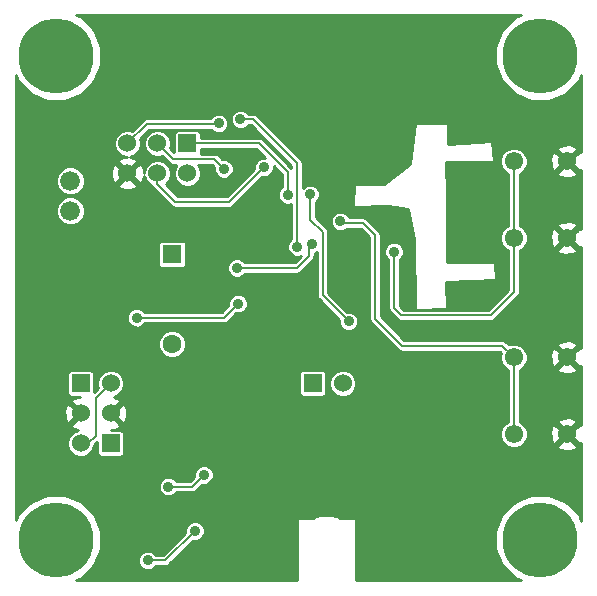
<source format=gbl>
G04 (created by PCBNEW (2013-07-07 BZR 4022)-stable) date 11/23/2014 11:30:57 PM*
%MOIN*%
G04 Gerber Fmt 3.4, Leading zero omitted, Abs format*
%FSLAX34Y34*%
G01*
G70*
G90*
G04 APERTURE LIST*
%ADD10C,0.00590551*%
%ADD11C,0.25*%
%ADD12C,0.061*%
%ADD13R,0.06X0.06*%
%ADD14C,0.06*%
%ADD15C,0.066*%
%ADD16R,0.0629921X0.0629921*%
%ADD17C,0.0629921*%
%ADD18C,0.035*%
%ADD19C,0.008*%
%ADD20C,0.01*%
G04 APERTURE END LIST*
G54D10*
G54D11*
X23228Y-17322D03*
X39370Y-17322D03*
X39370Y-33464D03*
X23228Y-33464D03*
G54D12*
X40256Y-23405D03*
X38484Y-23405D03*
X40256Y-20845D03*
X38484Y-20845D03*
X40256Y-29941D03*
X38484Y-29941D03*
X40256Y-27381D03*
X38484Y-27381D03*
G54D13*
X27600Y-20250D03*
G54D14*
X27600Y-21250D03*
X26600Y-20250D03*
X26600Y-21250D03*
X25600Y-20250D03*
X25600Y-21250D03*
G54D13*
X25050Y-30250D03*
G54D14*
X25050Y-29250D03*
X25050Y-28250D03*
G54D15*
X23700Y-21500D03*
X23700Y-22500D03*
G54D16*
X27100Y-23953D03*
G54D17*
X27100Y-26946D03*
G54D13*
X31783Y-28248D03*
G54D14*
X32783Y-28248D03*
G54D13*
X24050Y-28250D03*
G54D14*
X24050Y-29250D03*
X24050Y-30250D03*
G54D18*
X32972Y-26181D03*
X31692Y-21948D03*
X30150Y-21050D03*
X32700Y-22850D03*
X30944Y-21968D03*
X28818Y-21102D03*
X29291Y-25590D03*
X25905Y-26062D03*
X29250Y-24400D03*
X31750Y-23600D03*
X34488Y-23858D03*
X28641Y-19586D03*
X29370Y-19448D03*
X31259Y-23700D03*
X27854Y-33169D03*
X26279Y-34153D03*
X37350Y-19000D03*
X27350Y-19000D03*
X29600Y-26100D03*
X23550Y-24150D03*
X34900Y-19050D03*
X32100Y-19050D03*
X29850Y-18300D03*
X40200Y-24850D03*
X27000Y-30200D03*
X36050Y-26350D03*
X35750Y-29250D03*
X29724Y-32185D03*
X34448Y-34153D03*
X34488Y-22834D03*
X28503Y-22992D03*
X30708Y-23228D03*
X32913Y-23622D03*
X37401Y-23326D03*
X35433Y-30511D03*
X33169Y-29724D03*
X28838Y-28740D03*
X25688Y-22539D03*
X37401Y-21653D03*
X28149Y-31299D03*
X26968Y-31692D03*
G54D19*
X31692Y-21948D02*
X31692Y-22792D01*
X31692Y-22792D02*
X32110Y-23210D01*
X32110Y-25318D02*
X32972Y-26181D01*
X32110Y-23210D02*
X32110Y-25318D01*
X26600Y-21250D02*
X26600Y-21600D01*
X29000Y-22200D02*
X30150Y-21050D01*
X27200Y-22200D02*
X29000Y-22200D01*
X26600Y-21600D02*
X27200Y-22200D01*
X38102Y-27000D02*
X38484Y-27381D01*
X34750Y-27000D02*
X38102Y-27000D01*
X33850Y-26100D02*
X34750Y-27000D01*
X33850Y-23300D02*
X33850Y-26100D01*
X33450Y-22900D02*
X33850Y-23300D01*
X32750Y-22900D02*
X33450Y-22900D01*
X32700Y-22850D02*
X32750Y-22900D01*
X27600Y-20250D02*
X29974Y-20250D01*
X30944Y-21220D02*
X30944Y-21968D01*
X29974Y-20250D02*
X30944Y-21220D01*
X38484Y-27381D02*
X38484Y-29941D01*
X27137Y-20787D02*
X26600Y-20250D01*
X28503Y-20787D02*
X27137Y-20787D01*
X28818Y-21102D02*
X28503Y-20787D01*
X28818Y-26062D02*
X29291Y-25590D01*
X25905Y-26062D02*
X28818Y-26062D01*
X31250Y-24400D02*
X29250Y-24400D01*
X31650Y-24000D02*
X31250Y-24400D01*
X31650Y-23700D02*
X31650Y-24000D01*
X31750Y-23600D02*
X31650Y-23700D01*
X36377Y-25984D02*
X34734Y-25984D01*
X34734Y-25984D02*
X34488Y-25738D01*
X38484Y-20845D02*
X38484Y-23405D01*
X34488Y-23858D02*
X34488Y-25738D01*
X36377Y-25984D02*
X37716Y-25984D01*
X37716Y-25984D02*
X38484Y-25216D01*
X38484Y-25216D02*
X38484Y-23405D01*
X31259Y-21500D02*
X31259Y-20909D01*
X31259Y-20909D02*
X29798Y-19448D01*
X31259Y-21901D02*
X31259Y-23700D01*
X31259Y-21653D02*
X31259Y-21500D01*
X29798Y-19448D02*
X29370Y-19448D01*
X26243Y-19606D02*
X25600Y-20250D01*
X28622Y-19606D02*
X26243Y-19606D01*
X28641Y-19586D02*
X28622Y-19606D01*
X31259Y-21901D02*
X31259Y-21653D01*
X26279Y-34153D02*
X26870Y-34153D01*
X26870Y-34153D02*
X27854Y-33169D01*
X28149Y-31299D02*
X27755Y-31692D01*
X27755Y-31692D02*
X26968Y-31692D01*
X24050Y-30250D02*
X24300Y-30250D01*
X24550Y-28750D02*
X25050Y-28250D01*
X24550Y-30000D02*
X24550Y-28750D01*
X24300Y-30250D02*
X24550Y-30000D01*
G54D10*
G36*
X40728Y-32824D02*
X40642Y-32615D01*
X40574Y-32548D01*
X40574Y-30330D01*
X40256Y-30012D01*
X40185Y-30082D01*
X40185Y-29941D01*
X39866Y-29622D01*
X39770Y-29650D01*
X39696Y-29858D01*
X39707Y-30078D01*
X39770Y-30232D01*
X39866Y-30260D01*
X40185Y-29941D01*
X40185Y-30082D01*
X39937Y-30330D01*
X39965Y-30426D01*
X40173Y-30501D01*
X40393Y-30490D01*
X40546Y-30426D01*
X40574Y-30330D01*
X40574Y-32548D01*
X40220Y-32193D01*
X39669Y-31964D01*
X39073Y-31964D01*
X38939Y-32019D01*
X38939Y-29851D01*
X38870Y-29684D01*
X38742Y-29555D01*
X38674Y-29527D01*
X38674Y-27795D01*
X38741Y-27767D01*
X38869Y-27639D01*
X38938Y-27472D01*
X38939Y-27291D01*
X38939Y-23315D01*
X38870Y-23148D01*
X38742Y-23020D01*
X38674Y-22992D01*
X38674Y-21259D01*
X38741Y-21231D01*
X38869Y-21104D01*
X38938Y-20936D01*
X38939Y-20755D01*
X38870Y-20588D01*
X38742Y-20460D01*
X38574Y-20391D01*
X38393Y-20390D01*
X38226Y-20460D01*
X38098Y-20587D01*
X38029Y-20755D01*
X38029Y-20936D01*
X38098Y-21103D01*
X38226Y-21231D01*
X38294Y-21259D01*
X38294Y-22992D01*
X38226Y-23020D01*
X38098Y-23147D01*
X38029Y-23315D01*
X38029Y-23496D01*
X38098Y-23663D01*
X38226Y-23791D01*
X38294Y-23819D01*
X38294Y-25138D01*
X37899Y-25532D01*
X37899Y-24811D01*
X37861Y-24205D01*
X36258Y-24205D01*
X36246Y-21987D01*
X36231Y-20884D01*
X37828Y-20884D01*
X37740Y-20166D01*
X36303Y-20284D01*
X36272Y-19585D01*
X35191Y-19555D01*
X35031Y-20934D01*
X34164Y-21611D01*
X33139Y-21599D01*
X33131Y-22318D01*
X33131Y-22386D01*
X34288Y-22353D01*
X34954Y-22438D01*
X35154Y-23434D01*
X35202Y-25790D01*
X36260Y-25773D01*
X36232Y-24886D01*
X37899Y-24811D01*
X37899Y-25532D01*
X37637Y-25794D01*
X36377Y-25794D01*
X34812Y-25794D01*
X34678Y-25659D01*
X34678Y-24127D01*
X34763Y-24042D01*
X34813Y-23923D01*
X34813Y-23793D01*
X34763Y-23674D01*
X34672Y-23582D01*
X34553Y-23533D01*
X34423Y-23533D01*
X34304Y-23582D01*
X34212Y-23673D01*
X34163Y-23793D01*
X34163Y-23922D01*
X34212Y-24042D01*
X34298Y-24127D01*
X34298Y-25738D01*
X34312Y-25810D01*
X34353Y-25872D01*
X34599Y-26118D01*
X34599Y-26118D01*
X34661Y-26159D01*
X34734Y-26174D01*
X36377Y-26174D01*
X37716Y-26174D01*
X37789Y-26159D01*
X37850Y-26118D01*
X38618Y-25351D01*
X38659Y-25289D01*
X38674Y-25216D01*
X38674Y-23819D01*
X38741Y-23791D01*
X38869Y-23664D01*
X38938Y-23496D01*
X38939Y-23315D01*
X38939Y-27291D01*
X38870Y-27124D01*
X38742Y-26995D01*
X38574Y-26926D01*
X38393Y-26926D01*
X38325Y-26954D01*
X38237Y-26865D01*
X38175Y-26824D01*
X38102Y-26810D01*
X34828Y-26810D01*
X34040Y-26021D01*
X34040Y-23300D01*
X34039Y-23299D01*
X34040Y-23299D01*
X34037Y-23285D01*
X34025Y-23227D01*
X34025Y-23227D01*
X33984Y-23165D01*
X33984Y-23165D01*
X33584Y-22765D01*
X33522Y-22724D01*
X33450Y-22710D01*
X32993Y-22710D01*
X32975Y-22666D01*
X32884Y-22574D01*
X32764Y-22525D01*
X32635Y-22524D01*
X32516Y-22574D01*
X32424Y-22665D01*
X32375Y-22785D01*
X32374Y-22914D01*
X32424Y-23033D01*
X32515Y-23125D01*
X32635Y-23174D01*
X32764Y-23175D01*
X32883Y-23125D01*
X32919Y-23090D01*
X33371Y-23090D01*
X33660Y-23378D01*
X33660Y-26100D01*
X33674Y-26172D01*
X33715Y-26234D01*
X34615Y-27134D01*
X34677Y-27175D01*
X34750Y-27190D01*
X38023Y-27190D01*
X38057Y-27223D01*
X38029Y-27290D01*
X38029Y-27471D01*
X38098Y-27638D01*
X38226Y-27766D01*
X38294Y-27795D01*
X38294Y-29527D01*
X38226Y-29555D01*
X38098Y-29683D01*
X38029Y-29850D01*
X38029Y-30031D01*
X38098Y-30198D01*
X38226Y-30326D01*
X38393Y-30396D01*
X38574Y-30396D01*
X38741Y-30327D01*
X38869Y-30199D01*
X38938Y-30032D01*
X38939Y-29851D01*
X38939Y-32019D01*
X38521Y-32192D01*
X38099Y-32613D01*
X37870Y-33164D01*
X37869Y-33761D01*
X38097Y-34313D01*
X38519Y-34735D01*
X38709Y-34814D01*
X33297Y-34814D01*
X33297Y-26116D01*
X33248Y-25997D01*
X33156Y-25905D01*
X33037Y-25856D01*
X32916Y-25856D01*
X32300Y-25240D01*
X32300Y-23210D01*
X32285Y-23137D01*
X32244Y-23075D01*
X32244Y-23075D01*
X31882Y-22714D01*
X31882Y-22218D01*
X31968Y-22133D01*
X32017Y-22013D01*
X32017Y-21884D01*
X31968Y-21764D01*
X31877Y-21673D01*
X31757Y-21623D01*
X31628Y-21623D01*
X31509Y-21673D01*
X31449Y-21732D01*
X31449Y-21653D01*
X31449Y-21500D01*
X31449Y-20909D01*
X31435Y-20837D01*
X31394Y-20775D01*
X31394Y-20775D01*
X29933Y-19314D01*
X29871Y-19273D01*
X29798Y-19258D01*
X29639Y-19258D01*
X29554Y-19173D01*
X29435Y-19123D01*
X29305Y-19123D01*
X29186Y-19173D01*
X29094Y-19264D01*
X29045Y-19383D01*
X29045Y-19513D01*
X29094Y-19632D01*
X29185Y-19724D01*
X29305Y-19773D01*
X29434Y-19773D01*
X29553Y-19724D01*
X29639Y-19638D01*
X29720Y-19638D01*
X31069Y-20988D01*
X31069Y-21076D01*
X30108Y-20115D01*
X30047Y-20074D01*
X29974Y-20060D01*
X28966Y-20060D01*
X28966Y-19522D01*
X28917Y-19402D01*
X28826Y-19311D01*
X28706Y-19261D01*
X28577Y-19261D01*
X28457Y-19310D01*
X28366Y-19402D01*
X28360Y-19416D01*
X26243Y-19416D01*
X26170Y-19430D01*
X26109Y-19471D01*
X25754Y-19826D01*
X25689Y-19800D01*
X25510Y-19799D01*
X25345Y-19868D01*
X25218Y-19994D01*
X25150Y-20160D01*
X25149Y-20339D01*
X25218Y-20504D01*
X25344Y-20631D01*
X25510Y-20699D01*
X25586Y-20699D01*
X25463Y-20706D01*
X25312Y-20768D01*
X25284Y-20864D01*
X25600Y-21179D01*
X25915Y-20864D01*
X25887Y-20768D01*
X25692Y-20698D01*
X25854Y-20631D01*
X25981Y-20505D01*
X26049Y-20339D01*
X26050Y-20160D01*
X26023Y-20095D01*
X26322Y-19796D01*
X28391Y-19796D01*
X28457Y-19861D01*
X28576Y-19911D01*
X28706Y-19911D01*
X28825Y-19862D01*
X28917Y-19770D01*
X28966Y-19651D01*
X28966Y-19522D01*
X28966Y-20060D01*
X28050Y-20060D01*
X28050Y-19920D01*
X28027Y-19865D01*
X27985Y-19822D01*
X27929Y-19800D01*
X27870Y-19799D01*
X27270Y-19799D01*
X27215Y-19822D01*
X27172Y-19864D01*
X27150Y-19920D01*
X27149Y-19979D01*
X27149Y-20531D01*
X27023Y-20404D01*
X27049Y-20339D01*
X27050Y-20160D01*
X26981Y-19995D01*
X26855Y-19868D01*
X26689Y-19800D01*
X26510Y-19799D01*
X26345Y-19868D01*
X26218Y-19994D01*
X26150Y-20160D01*
X26149Y-20339D01*
X26218Y-20504D01*
X26344Y-20631D01*
X26510Y-20699D01*
X26689Y-20700D01*
X26754Y-20673D01*
X27003Y-20921D01*
X27003Y-20921D01*
X27064Y-20962D01*
X27137Y-20977D01*
X27236Y-20977D01*
X27218Y-20994D01*
X27150Y-21160D01*
X27149Y-21339D01*
X27218Y-21504D01*
X27344Y-21631D01*
X27510Y-21699D01*
X27689Y-21700D01*
X27854Y-21631D01*
X27981Y-21505D01*
X28049Y-21339D01*
X28050Y-21160D01*
X27981Y-20995D01*
X27963Y-20977D01*
X28425Y-20977D01*
X28493Y-21046D01*
X28493Y-21166D01*
X28543Y-21286D01*
X28634Y-21377D01*
X28753Y-21427D01*
X28883Y-21427D01*
X29002Y-21378D01*
X29094Y-21286D01*
X29143Y-21167D01*
X29143Y-21037D01*
X29094Y-20918D01*
X29003Y-20827D01*
X28883Y-20777D01*
X28762Y-20777D01*
X28638Y-20653D01*
X28576Y-20611D01*
X28503Y-20597D01*
X28042Y-20597D01*
X28049Y-20579D01*
X28050Y-20520D01*
X28050Y-20440D01*
X29895Y-20440D01*
X30180Y-20725D01*
X30085Y-20724D01*
X29966Y-20774D01*
X29874Y-20865D01*
X29825Y-20985D01*
X29824Y-21106D01*
X28921Y-22010D01*
X27278Y-22010D01*
X26877Y-21608D01*
X26981Y-21505D01*
X27049Y-21339D01*
X27050Y-21160D01*
X26981Y-20995D01*
X26855Y-20868D01*
X26689Y-20800D01*
X26510Y-20799D01*
X26345Y-20868D01*
X26218Y-20994D01*
X26150Y-21160D01*
X26150Y-21236D01*
X26143Y-21113D01*
X26081Y-20962D01*
X25985Y-20934D01*
X25670Y-21250D01*
X25985Y-21565D01*
X26081Y-21537D01*
X26151Y-21342D01*
X26218Y-21504D01*
X26344Y-21631D01*
X26422Y-21663D01*
X26424Y-21672D01*
X26465Y-21734D01*
X27065Y-22334D01*
X27065Y-22334D01*
X27127Y-22375D01*
X27200Y-22390D01*
X29000Y-22390D01*
X29072Y-22375D01*
X29134Y-22334D01*
X30093Y-21374D01*
X30214Y-21375D01*
X30333Y-21325D01*
X30425Y-21234D01*
X30474Y-21114D01*
X30475Y-21019D01*
X30754Y-21299D01*
X30754Y-21698D01*
X30669Y-21784D01*
X30619Y-21903D01*
X30619Y-22032D01*
X30669Y-22152D01*
X30760Y-22243D01*
X30879Y-22293D01*
X31009Y-22293D01*
X31069Y-22268D01*
X31069Y-23431D01*
X30984Y-23516D01*
X30934Y-23635D01*
X30934Y-23765D01*
X30984Y-23884D01*
X31075Y-23976D01*
X31194Y-24025D01*
X31324Y-24025D01*
X31377Y-24003D01*
X31171Y-24210D01*
X29519Y-24210D01*
X29434Y-24124D01*
X29314Y-24075D01*
X29185Y-24074D01*
X29066Y-24124D01*
X28974Y-24215D01*
X28925Y-24335D01*
X28924Y-24464D01*
X28974Y-24583D01*
X29065Y-24675D01*
X29185Y-24724D01*
X29314Y-24725D01*
X29433Y-24675D01*
X29519Y-24590D01*
X31250Y-24590D01*
X31322Y-24575D01*
X31384Y-24534D01*
X31784Y-24134D01*
X31784Y-24134D01*
X31784Y-24134D01*
X31825Y-24072D01*
X31825Y-24072D01*
X31837Y-24014D01*
X31840Y-24000D01*
X31839Y-24000D01*
X31840Y-24000D01*
X31840Y-23914D01*
X31920Y-23881D01*
X31920Y-25318D01*
X31934Y-25391D01*
X31975Y-25453D01*
X32647Y-26124D01*
X32647Y-26245D01*
X32696Y-26364D01*
X32788Y-26456D01*
X32907Y-26506D01*
X33036Y-26506D01*
X33156Y-26456D01*
X33247Y-26365D01*
X33297Y-26246D01*
X33297Y-26116D01*
X33297Y-34814D01*
X33233Y-34814D01*
X33233Y-28158D01*
X33165Y-27993D01*
X33038Y-27866D01*
X32873Y-27798D01*
X32694Y-27797D01*
X32528Y-27866D01*
X32402Y-27992D01*
X32333Y-28158D01*
X32333Y-28337D01*
X32401Y-28502D01*
X32528Y-28629D01*
X32693Y-28697D01*
X32872Y-28698D01*
X33038Y-28629D01*
X33164Y-28503D01*
X33233Y-28337D01*
X33233Y-28158D01*
X33233Y-34814D01*
X33219Y-34814D01*
X33219Y-32725D01*
X32692Y-32725D01*
X32576Y-32670D01*
X32571Y-32669D01*
X32566Y-32666D01*
X32528Y-32658D01*
X32491Y-32649D01*
X32485Y-32650D01*
X32480Y-32649D01*
X32233Y-32649D01*
X32233Y-28518D01*
X32233Y-27918D01*
X32210Y-27863D01*
X32168Y-27820D01*
X32113Y-27798D01*
X32053Y-27798D01*
X31453Y-27798D01*
X31398Y-27820D01*
X31356Y-27862D01*
X31333Y-27918D01*
X31333Y-27977D01*
X31333Y-28577D01*
X31356Y-28632D01*
X31398Y-28675D01*
X31453Y-28698D01*
X31513Y-28698D01*
X32113Y-28698D01*
X32168Y-28675D01*
X32210Y-28633D01*
X32233Y-28577D01*
X32233Y-28518D01*
X32233Y-32649D01*
X32086Y-32649D01*
X32064Y-32653D01*
X32042Y-32653D01*
X31892Y-32683D01*
X31811Y-32716D01*
X31810Y-32717D01*
X31798Y-32725D01*
X31249Y-32725D01*
X31249Y-34814D01*
X29616Y-34814D01*
X29616Y-25526D01*
X29567Y-25406D01*
X29475Y-25315D01*
X29356Y-25265D01*
X29226Y-25265D01*
X29107Y-25314D01*
X29015Y-25406D01*
X28966Y-25525D01*
X28966Y-25646D01*
X28740Y-25872D01*
X27564Y-25872D01*
X27564Y-24239D01*
X27564Y-23609D01*
X27542Y-23554D01*
X27500Y-23511D01*
X27444Y-23489D01*
X27385Y-23488D01*
X26755Y-23488D01*
X26700Y-23511D01*
X26657Y-23553D01*
X26635Y-23609D01*
X26635Y-23668D01*
X26635Y-24298D01*
X26657Y-24353D01*
X26699Y-24395D01*
X26755Y-24418D01*
X26814Y-24418D01*
X27444Y-24418D01*
X27499Y-24396D01*
X27542Y-24353D01*
X27564Y-24298D01*
X27564Y-24239D01*
X27564Y-25872D01*
X26175Y-25872D01*
X26089Y-25787D01*
X25970Y-25738D01*
X25915Y-25738D01*
X25915Y-21635D01*
X25600Y-21320D01*
X25529Y-21391D01*
X25529Y-21250D01*
X25214Y-20934D01*
X25118Y-20962D01*
X25045Y-21168D01*
X25056Y-21386D01*
X25118Y-21537D01*
X25214Y-21565D01*
X25529Y-21250D01*
X25529Y-21391D01*
X25284Y-21635D01*
X25312Y-21731D01*
X25518Y-21804D01*
X25736Y-21793D01*
X25887Y-21731D01*
X25915Y-21635D01*
X25915Y-25738D01*
X25841Y-25737D01*
X25721Y-25787D01*
X25630Y-25878D01*
X25580Y-25998D01*
X25580Y-26127D01*
X25629Y-26246D01*
X25721Y-26338D01*
X25840Y-26387D01*
X25969Y-26388D01*
X26089Y-26338D01*
X26175Y-26252D01*
X28818Y-26252D01*
X28891Y-26238D01*
X28953Y-26197D01*
X29235Y-25915D01*
X29355Y-25915D01*
X29475Y-25866D01*
X29566Y-25774D01*
X29616Y-25655D01*
X29616Y-25526D01*
X29616Y-34814D01*
X28474Y-34814D01*
X28474Y-31234D01*
X28425Y-31115D01*
X28333Y-31023D01*
X28214Y-30974D01*
X28085Y-30974D01*
X27965Y-31023D01*
X27874Y-31114D01*
X27824Y-31234D01*
X27824Y-31355D01*
X27677Y-31502D01*
X27565Y-31502D01*
X27565Y-26853D01*
X27494Y-26683D01*
X27363Y-26552D01*
X27192Y-26481D01*
X27007Y-26481D01*
X26836Y-26551D01*
X26706Y-26682D01*
X26635Y-26853D01*
X26634Y-27038D01*
X26705Y-27209D01*
X26836Y-27340D01*
X27007Y-27410D01*
X27192Y-27411D01*
X27363Y-27340D01*
X27493Y-27209D01*
X27564Y-27038D01*
X27565Y-26853D01*
X27565Y-31502D01*
X27238Y-31502D01*
X27152Y-31417D01*
X27033Y-31367D01*
X26904Y-31367D01*
X26784Y-31417D01*
X26693Y-31508D01*
X26643Y-31627D01*
X26643Y-31757D01*
X26692Y-31876D01*
X26784Y-31968D01*
X26903Y-32017D01*
X27032Y-32017D01*
X27152Y-31968D01*
X27238Y-31882D01*
X27755Y-31882D01*
X27828Y-31868D01*
X27890Y-31827D01*
X28093Y-31624D01*
X28213Y-31624D01*
X28333Y-31574D01*
X28424Y-31483D01*
X28474Y-31364D01*
X28474Y-31234D01*
X28474Y-34814D01*
X28179Y-34814D01*
X28179Y-33104D01*
X28130Y-32985D01*
X28038Y-32893D01*
X27919Y-32844D01*
X27789Y-32844D01*
X27670Y-32893D01*
X27578Y-32984D01*
X27529Y-33104D01*
X27529Y-33225D01*
X26791Y-33963D01*
X26549Y-33963D01*
X26463Y-33878D01*
X26344Y-33828D01*
X26215Y-33828D01*
X26095Y-33877D01*
X26004Y-33969D01*
X25954Y-34088D01*
X25954Y-34217D01*
X26003Y-34337D01*
X26095Y-34428D01*
X26214Y-34478D01*
X26343Y-34478D01*
X26463Y-34429D01*
X26549Y-34343D01*
X26870Y-34343D01*
X26942Y-34329D01*
X27004Y-34287D01*
X27798Y-33494D01*
X27918Y-33494D01*
X28038Y-33444D01*
X28129Y-33353D01*
X28179Y-33234D01*
X28179Y-33104D01*
X28179Y-34814D01*
X25604Y-34814D01*
X25604Y-29331D01*
X25593Y-29113D01*
X25531Y-28962D01*
X25500Y-28953D01*
X25500Y-28160D01*
X25431Y-27995D01*
X25305Y-27868D01*
X25139Y-27800D01*
X24960Y-27799D01*
X24795Y-27868D01*
X24668Y-27994D01*
X24600Y-28160D01*
X24599Y-28339D01*
X24626Y-28404D01*
X24500Y-28531D01*
X24500Y-28520D01*
X24500Y-27920D01*
X24477Y-27865D01*
X24435Y-27822D01*
X24379Y-27800D01*
X24320Y-27799D01*
X24180Y-27799D01*
X24180Y-22404D01*
X24180Y-21404D01*
X24107Y-21228D01*
X23972Y-21093D01*
X23795Y-21020D01*
X23604Y-21019D01*
X23428Y-21092D01*
X23293Y-21227D01*
X23220Y-21404D01*
X23219Y-21595D01*
X23292Y-21771D01*
X23427Y-21906D01*
X23604Y-21979D01*
X23795Y-21980D01*
X23971Y-21907D01*
X24106Y-21772D01*
X24179Y-21595D01*
X24180Y-21404D01*
X24180Y-22404D01*
X24107Y-22228D01*
X23972Y-22093D01*
X23795Y-22020D01*
X23604Y-22019D01*
X23428Y-22092D01*
X23293Y-22227D01*
X23220Y-22404D01*
X23219Y-22595D01*
X23292Y-22771D01*
X23427Y-22906D01*
X23604Y-22979D01*
X23795Y-22980D01*
X23971Y-22907D01*
X24106Y-22772D01*
X24179Y-22595D01*
X24180Y-22404D01*
X24180Y-27799D01*
X23720Y-27799D01*
X23665Y-27822D01*
X23622Y-27864D01*
X23600Y-27920D01*
X23599Y-27979D01*
X23599Y-28579D01*
X23622Y-28634D01*
X23664Y-28677D01*
X23720Y-28699D01*
X23779Y-28700D01*
X24035Y-28700D01*
X23913Y-28706D01*
X23762Y-28768D01*
X23734Y-28864D01*
X24050Y-29179D01*
X24055Y-29173D01*
X24126Y-29244D01*
X24120Y-29250D01*
X24126Y-29255D01*
X24055Y-29326D01*
X24050Y-29320D01*
X23979Y-29391D01*
X23979Y-29250D01*
X23664Y-28934D01*
X23568Y-28962D01*
X23495Y-29168D01*
X23506Y-29386D01*
X23568Y-29537D01*
X23664Y-29565D01*
X23979Y-29250D01*
X23979Y-29391D01*
X23734Y-29635D01*
X23762Y-29731D01*
X23957Y-29801D01*
X23795Y-29868D01*
X23668Y-29994D01*
X23600Y-30160D01*
X23599Y-30339D01*
X23668Y-30504D01*
X23794Y-30631D01*
X23960Y-30699D01*
X24139Y-30700D01*
X24304Y-30631D01*
X24431Y-30505D01*
X24499Y-30339D01*
X24499Y-30318D01*
X24599Y-30218D01*
X24599Y-30579D01*
X24622Y-30634D01*
X24664Y-30677D01*
X24720Y-30699D01*
X24779Y-30700D01*
X25379Y-30700D01*
X25434Y-30677D01*
X25477Y-30635D01*
X25499Y-30579D01*
X25500Y-30520D01*
X25500Y-29920D01*
X25477Y-29865D01*
X25435Y-29822D01*
X25379Y-29800D01*
X25320Y-29799D01*
X25064Y-29799D01*
X25186Y-29793D01*
X25337Y-29731D01*
X25365Y-29635D01*
X25050Y-29320D01*
X25044Y-29326D01*
X24973Y-29255D01*
X24979Y-29250D01*
X24973Y-29244D01*
X25044Y-29173D01*
X25050Y-29179D01*
X25365Y-28864D01*
X25337Y-28768D01*
X25142Y-28698D01*
X25304Y-28631D01*
X25431Y-28505D01*
X25499Y-28339D01*
X25500Y-28160D01*
X25500Y-28953D01*
X25435Y-28934D01*
X25120Y-29250D01*
X25435Y-29565D01*
X25531Y-29537D01*
X25604Y-29331D01*
X25604Y-34814D01*
X23889Y-34814D01*
X24076Y-34736D01*
X24499Y-34315D01*
X24728Y-33764D01*
X24728Y-33167D01*
X24500Y-32615D01*
X24079Y-32193D01*
X23528Y-31964D01*
X22931Y-31964D01*
X22379Y-32192D01*
X21957Y-32613D01*
X21878Y-32803D01*
X21878Y-17984D01*
X21955Y-18171D01*
X22377Y-18593D01*
X22928Y-18822D01*
X23525Y-18823D01*
X24076Y-18595D01*
X24499Y-18173D01*
X24728Y-17622D01*
X24728Y-17025D01*
X24500Y-16474D01*
X24079Y-16051D01*
X23889Y-15973D01*
X38708Y-15973D01*
X38521Y-16050D01*
X38099Y-16472D01*
X37870Y-17023D01*
X37869Y-17619D01*
X38097Y-18171D01*
X38519Y-18593D01*
X39070Y-18822D01*
X39667Y-18823D01*
X40218Y-18595D01*
X40640Y-18173D01*
X40728Y-17962D01*
X40728Y-20551D01*
X40645Y-20527D01*
X40574Y-20597D01*
X40574Y-20456D01*
X40546Y-20360D01*
X40339Y-20286D01*
X40118Y-20297D01*
X39965Y-20360D01*
X39937Y-20456D01*
X40256Y-20775D01*
X40574Y-20456D01*
X40574Y-20597D01*
X40326Y-20845D01*
X40645Y-21164D01*
X40728Y-21140D01*
X40728Y-23111D01*
X40645Y-23087D01*
X40574Y-23157D01*
X40574Y-23016D01*
X40574Y-21235D01*
X40256Y-20916D01*
X40185Y-20987D01*
X40185Y-20845D01*
X39866Y-20527D01*
X39770Y-20555D01*
X39696Y-20763D01*
X39707Y-20983D01*
X39770Y-21136D01*
X39866Y-21164D01*
X40185Y-20845D01*
X40185Y-20987D01*
X39937Y-21235D01*
X39965Y-21331D01*
X40173Y-21405D01*
X40393Y-21394D01*
X40546Y-21331D01*
X40574Y-21235D01*
X40574Y-23016D01*
X40546Y-22920D01*
X40339Y-22846D01*
X40118Y-22857D01*
X39965Y-22920D01*
X39937Y-23016D01*
X40256Y-23335D01*
X40574Y-23016D01*
X40574Y-23157D01*
X40326Y-23405D01*
X40645Y-23724D01*
X40728Y-23700D01*
X40728Y-27086D01*
X40645Y-27062D01*
X40574Y-27133D01*
X40574Y-26991D01*
X40574Y-23795D01*
X40256Y-23476D01*
X40185Y-23547D01*
X40185Y-23405D01*
X39866Y-23087D01*
X39770Y-23115D01*
X39696Y-23323D01*
X39707Y-23543D01*
X39770Y-23696D01*
X39866Y-23724D01*
X40185Y-23405D01*
X40185Y-23547D01*
X39937Y-23795D01*
X39965Y-23891D01*
X40173Y-23965D01*
X40393Y-23954D01*
X40546Y-23891D01*
X40574Y-23795D01*
X40574Y-26991D01*
X40546Y-26896D01*
X40339Y-26821D01*
X40118Y-26832D01*
X39965Y-26896D01*
X39937Y-26991D01*
X40256Y-27310D01*
X40574Y-26991D01*
X40574Y-27133D01*
X40326Y-27381D01*
X40645Y-27700D01*
X40728Y-27676D01*
X40728Y-29646D01*
X40645Y-29622D01*
X40574Y-29693D01*
X40574Y-29551D01*
X40574Y-27770D01*
X40256Y-27452D01*
X40185Y-27522D01*
X40185Y-27381D01*
X39866Y-27062D01*
X39770Y-27090D01*
X39696Y-27298D01*
X39707Y-27518D01*
X39770Y-27672D01*
X39866Y-27700D01*
X40185Y-27381D01*
X40185Y-27522D01*
X39937Y-27770D01*
X39965Y-27866D01*
X40173Y-27941D01*
X40393Y-27930D01*
X40546Y-27866D01*
X40574Y-27770D01*
X40574Y-29551D01*
X40546Y-29456D01*
X40339Y-29381D01*
X40118Y-29392D01*
X39965Y-29456D01*
X39937Y-29551D01*
X40256Y-29870D01*
X40574Y-29551D01*
X40574Y-29693D01*
X40326Y-29941D01*
X40645Y-30260D01*
X40728Y-30236D01*
X40728Y-32824D01*
X40728Y-32824D01*
G37*
G54D20*
X40728Y-32824D02*
X40642Y-32615D01*
X40574Y-32548D01*
X40574Y-30330D01*
X40256Y-30012D01*
X40185Y-30082D01*
X40185Y-29941D01*
X39866Y-29622D01*
X39770Y-29650D01*
X39696Y-29858D01*
X39707Y-30078D01*
X39770Y-30232D01*
X39866Y-30260D01*
X40185Y-29941D01*
X40185Y-30082D01*
X39937Y-30330D01*
X39965Y-30426D01*
X40173Y-30501D01*
X40393Y-30490D01*
X40546Y-30426D01*
X40574Y-30330D01*
X40574Y-32548D01*
X40220Y-32193D01*
X39669Y-31964D01*
X39073Y-31964D01*
X38939Y-32019D01*
X38939Y-29851D01*
X38870Y-29684D01*
X38742Y-29555D01*
X38674Y-29527D01*
X38674Y-27795D01*
X38741Y-27767D01*
X38869Y-27639D01*
X38938Y-27472D01*
X38939Y-27291D01*
X38939Y-23315D01*
X38870Y-23148D01*
X38742Y-23020D01*
X38674Y-22992D01*
X38674Y-21259D01*
X38741Y-21231D01*
X38869Y-21104D01*
X38938Y-20936D01*
X38939Y-20755D01*
X38870Y-20588D01*
X38742Y-20460D01*
X38574Y-20391D01*
X38393Y-20390D01*
X38226Y-20460D01*
X38098Y-20587D01*
X38029Y-20755D01*
X38029Y-20936D01*
X38098Y-21103D01*
X38226Y-21231D01*
X38294Y-21259D01*
X38294Y-22992D01*
X38226Y-23020D01*
X38098Y-23147D01*
X38029Y-23315D01*
X38029Y-23496D01*
X38098Y-23663D01*
X38226Y-23791D01*
X38294Y-23819D01*
X38294Y-25138D01*
X37899Y-25532D01*
X37899Y-24811D01*
X37861Y-24205D01*
X36258Y-24205D01*
X36246Y-21987D01*
X36231Y-20884D01*
X37828Y-20884D01*
X37740Y-20166D01*
X36303Y-20284D01*
X36272Y-19585D01*
X35191Y-19555D01*
X35031Y-20934D01*
X34164Y-21611D01*
X33139Y-21599D01*
X33131Y-22318D01*
X33131Y-22386D01*
X34288Y-22353D01*
X34954Y-22438D01*
X35154Y-23434D01*
X35202Y-25790D01*
X36260Y-25773D01*
X36232Y-24886D01*
X37899Y-24811D01*
X37899Y-25532D01*
X37637Y-25794D01*
X36377Y-25794D01*
X34812Y-25794D01*
X34678Y-25659D01*
X34678Y-24127D01*
X34763Y-24042D01*
X34813Y-23923D01*
X34813Y-23793D01*
X34763Y-23674D01*
X34672Y-23582D01*
X34553Y-23533D01*
X34423Y-23533D01*
X34304Y-23582D01*
X34212Y-23673D01*
X34163Y-23793D01*
X34163Y-23922D01*
X34212Y-24042D01*
X34298Y-24127D01*
X34298Y-25738D01*
X34312Y-25810D01*
X34353Y-25872D01*
X34599Y-26118D01*
X34599Y-26118D01*
X34661Y-26159D01*
X34734Y-26174D01*
X36377Y-26174D01*
X37716Y-26174D01*
X37789Y-26159D01*
X37850Y-26118D01*
X38618Y-25351D01*
X38659Y-25289D01*
X38674Y-25216D01*
X38674Y-23819D01*
X38741Y-23791D01*
X38869Y-23664D01*
X38938Y-23496D01*
X38939Y-23315D01*
X38939Y-27291D01*
X38870Y-27124D01*
X38742Y-26995D01*
X38574Y-26926D01*
X38393Y-26926D01*
X38325Y-26954D01*
X38237Y-26865D01*
X38175Y-26824D01*
X38102Y-26810D01*
X34828Y-26810D01*
X34040Y-26021D01*
X34040Y-23300D01*
X34039Y-23299D01*
X34040Y-23299D01*
X34037Y-23285D01*
X34025Y-23227D01*
X34025Y-23227D01*
X33984Y-23165D01*
X33984Y-23165D01*
X33584Y-22765D01*
X33522Y-22724D01*
X33450Y-22710D01*
X32993Y-22710D01*
X32975Y-22666D01*
X32884Y-22574D01*
X32764Y-22525D01*
X32635Y-22524D01*
X32516Y-22574D01*
X32424Y-22665D01*
X32375Y-22785D01*
X32374Y-22914D01*
X32424Y-23033D01*
X32515Y-23125D01*
X32635Y-23174D01*
X32764Y-23175D01*
X32883Y-23125D01*
X32919Y-23090D01*
X33371Y-23090D01*
X33660Y-23378D01*
X33660Y-26100D01*
X33674Y-26172D01*
X33715Y-26234D01*
X34615Y-27134D01*
X34677Y-27175D01*
X34750Y-27190D01*
X38023Y-27190D01*
X38057Y-27223D01*
X38029Y-27290D01*
X38029Y-27471D01*
X38098Y-27638D01*
X38226Y-27766D01*
X38294Y-27795D01*
X38294Y-29527D01*
X38226Y-29555D01*
X38098Y-29683D01*
X38029Y-29850D01*
X38029Y-30031D01*
X38098Y-30198D01*
X38226Y-30326D01*
X38393Y-30396D01*
X38574Y-30396D01*
X38741Y-30327D01*
X38869Y-30199D01*
X38938Y-30032D01*
X38939Y-29851D01*
X38939Y-32019D01*
X38521Y-32192D01*
X38099Y-32613D01*
X37870Y-33164D01*
X37869Y-33761D01*
X38097Y-34313D01*
X38519Y-34735D01*
X38709Y-34814D01*
X33297Y-34814D01*
X33297Y-26116D01*
X33248Y-25997D01*
X33156Y-25905D01*
X33037Y-25856D01*
X32916Y-25856D01*
X32300Y-25240D01*
X32300Y-23210D01*
X32285Y-23137D01*
X32244Y-23075D01*
X32244Y-23075D01*
X31882Y-22714D01*
X31882Y-22218D01*
X31968Y-22133D01*
X32017Y-22013D01*
X32017Y-21884D01*
X31968Y-21764D01*
X31877Y-21673D01*
X31757Y-21623D01*
X31628Y-21623D01*
X31509Y-21673D01*
X31449Y-21732D01*
X31449Y-21653D01*
X31449Y-21500D01*
X31449Y-20909D01*
X31435Y-20837D01*
X31394Y-20775D01*
X31394Y-20775D01*
X29933Y-19314D01*
X29871Y-19273D01*
X29798Y-19258D01*
X29639Y-19258D01*
X29554Y-19173D01*
X29435Y-19123D01*
X29305Y-19123D01*
X29186Y-19173D01*
X29094Y-19264D01*
X29045Y-19383D01*
X29045Y-19513D01*
X29094Y-19632D01*
X29185Y-19724D01*
X29305Y-19773D01*
X29434Y-19773D01*
X29553Y-19724D01*
X29639Y-19638D01*
X29720Y-19638D01*
X31069Y-20988D01*
X31069Y-21076D01*
X30108Y-20115D01*
X30047Y-20074D01*
X29974Y-20060D01*
X28966Y-20060D01*
X28966Y-19522D01*
X28917Y-19402D01*
X28826Y-19311D01*
X28706Y-19261D01*
X28577Y-19261D01*
X28457Y-19310D01*
X28366Y-19402D01*
X28360Y-19416D01*
X26243Y-19416D01*
X26170Y-19430D01*
X26109Y-19471D01*
X25754Y-19826D01*
X25689Y-19800D01*
X25510Y-19799D01*
X25345Y-19868D01*
X25218Y-19994D01*
X25150Y-20160D01*
X25149Y-20339D01*
X25218Y-20504D01*
X25344Y-20631D01*
X25510Y-20699D01*
X25586Y-20699D01*
X25463Y-20706D01*
X25312Y-20768D01*
X25284Y-20864D01*
X25600Y-21179D01*
X25915Y-20864D01*
X25887Y-20768D01*
X25692Y-20698D01*
X25854Y-20631D01*
X25981Y-20505D01*
X26049Y-20339D01*
X26050Y-20160D01*
X26023Y-20095D01*
X26322Y-19796D01*
X28391Y-19796D01*
X28457Y-19861D01*
X28576Y-19911D01*
X28706Y-19911D01*
X28825Y-19862D01*
X28917Y-19770D01*
X28966Y-19651D01*
X28966Y-19522D01*
X28966Y-20060D01*
X28050Y-20060D01*
X28050Y-19920D01*
X28027Y-19865D01*
X27985Y-19822D01*
X27929Y-19800D01*
X27870Y-19799D01*
X27270Y-19799D01*
X27215Y-19822D01*
X27172Y-19864D01*
X27150Y-19920D01*
X27149Y-19979D01*
X27149Y-20531D01*
X27023Y-20404D01*
X27049Y-20339D01*
X27050Y-20160D01*
X26981Y-19995D01*
X26855Y-19868D01*
X26689Y-19800D01*
X26510Y-19799D01*
X26345Y-19868D01*
X26218Y-19994D01*
X26150Y-20160D01*
X26149Y-20339D01*
X26218Y-20504D01*
X26344Y-20631D01*
X26510Y-20699D01*
X26689Y-20700D01*
X26754Y-20673D01*
X27003Y-20921D01*
X27003Y-20921D01*
X27064Y-20962D01*
X27137Y-20977D01*
X27236Y-20977D01*
X27218Y-20994D01*
X27150Y-21160D01*
X27149Y-21339D01*
X27218Y-21504D01*
X27344Y-21631D01*
X27510Y-21699D01*
X27689Y-21700D01*
X27854Y-21631D01*
X27981Y-21505D01*
X28049Y-21339D01*
X28050Y-21160D01*
X27981Y-20995D01*
X27963Y-20977D01*
X28425Y-20977D01*
X28493Y-21046D01*
X28493Y-21166D01*
X28543Y-21286D01*
X28634Y-21377D01*
X28753Y-21427D01*
X28883Y-21427D01*
X29002Y-21378D01*
X29094Y-21286D01*
X29143Y-21167D01*
X29143Y-21037D01*
X29094Y-20918D01*
X29003Y-20827D01*
X28883Y-20777D01*
X28762Y-20777D01*
X28638Y-20653D01*
X28576Y-20611D01*
X28503Y-20597D01*
X28042Y-20597D01*
X28049Y-20579D01*
X28050Y-20520D01*
X28050Y-20440D01*
X29895Y-20440D01*
X30180Y-20725D01*
X30085Y-20724D01*
X29966Y-20774D01*
X29874Y-20865D01*
X29825Y-20985D01*
X29824Y-21106D01*
X28921Y-22010D01*
X27278Y-22010D01*
X26877Y-21608D01*
X26981Y-21505D01*
X27049Y-21339D01*
X27050Y-21160D01*
X26981Y-20995D01*
X26855Y-20868D01*
X26689Y-20800D01*
X26510Y-20799D01*
X26345Y-20868D01*
X26218Y-20994D01*
X26150Y-21160D01*
X26150Y-21236D01*
X26143Y-21113D01*
X26081Y-20962D01*
X25985Y-20934D01*
X25670Y-21250D01*
X25985Y-21565D01*
X26081Y-21537D01*
X26151Y-21342D01*
X26218Y-21504D01*
X26344Y-21631D01*
X26422Y-21663D01*
X26424Y-21672D01*
X26465Y-21734D01*
X27065Y-22334D01*
X27065Y-22334D01*
X27127Y-22375D01*
X27200Y-22390D01*
X29000Y-22390D01*
X29072Y-22375D01*
X29134Y-22334D01*
X30093Y-21374D01*
X30214Y-21375D01*
X30333Y-21325D01*
X30425Y-21234D01*
X30474Y-21114D01*
X30475Y-21019D01*
X30754Y-21299D01*
X30754Y-21698D01*
X30669Y-21784D01*
X30619Y-21903D01*
X30619Y-22032D01*
X30669Y-22152D01*
X30760Y-22243D01*
X30879Y-22293D01*
X31009Y-22293D01*
X31069Y-22268D01*
X31069Y-23431D01*
X30984Y-23516D01*
X30934Y-23635D01*
X30934Y-23765D01*
X30984Y-23884D01*
X31075Y-23976D01*
X31194Y-24025D01*
X31324Y-24025D01*
X31377Y-24003D01*
X31171Y-24210D01*
X29519Y-24210D01*
X29434Y-24124D01*
X29314Y-24075D01*
X29185Y-24074D01*
X29066Y-24124D01*
X28974Y-24215D01*
X28925Y-24335D01*
X28924Y-24464D01*
X28974Y-24583D01*
X29065Y-24675D01*
X29185Y-24724D01*
X29314Y-24725D01*
X29433Y-24675D01*
X29519Y-24590D01*
X31250Y-24590D01*
X31322Y-24575D01*
X31384Y-24534D01*
X31784Y-24134D01*
X31784Y-24134D01*
X31784Y-24134D01*
X31825Y-24072D01*
X31825Y-24072D01*
X31837Y-24014D01*
X31840Y-24000D01*
X31839Y-24000D01*
X31840Y-24000D01*
X31840Y-23914D01*
X31920Y-23881D01*
X31920Y-25318D01*
X31934Y-25391D01*
X31975Y-25453D01*
X32647Y-26124D01*
X32647Y-26245D01*
X32696Y-26364D01*
X32788Y-26456D01*
X32907Y-26506D01*
X33036Y-26506D01*
X33156Y-26456D01*
X33247Y-26365D01*
X33297Y-26246D01*
X33297Y-26116D01*
X33297Y-34814D01*
X33233Y-34814D01*
X33233Y-28158D01*
X33165Y-27993D01*
X33038Y-27866D01*
X32873Y-27798D01*
X32694Y-27797D01*
X32528Y-27866D01*
X32402Y-27992D01*
X32333Y-28158D01*
X32333Y-28337D01*
X32401Y-28502D01*
X32528Y-28629D01*
X32693Y-28697D01*
X32872Y-28698D01*
X33038Y-28629D01*
X33164Y-28503D01*
X33233Y-28337D01*
X33233Y-28158D01*
X33233Y-34814D01*
X33219Y-34814D01*
X33219Y-32725D01*
X32692Y-32725D01*
X32576Y-32670D01*
X32571Y-32669D01*
X32566Y-32666D01*
X32528Y-32658D01*
X32491Y-32649D01*
X32485Y-32650D01*
X32480Y-32649D01*
X32233Y-32649D01*
X32233Y-28518D01*
X32233Y-27918D01*
X32210Y-27863D01*
X32168Y-27820D01*
X32113Y-27798D01*
X32053Y-27798D01*
X31453Y-27798D01*
X31398Y-27820D01*
X31356Y-27862D01*
X31333Y-27918D01*
X31333Y-27977D01*
X31333Y-28577D01*
X31356Y-28632D01*
X31398Y-28675D01*
X31453Y-28698D01*
X31513Y-28698D01*
X32113Y-28698D01*
X32168Y-28675D01*
X32210Y-28633D01*
X32233Y-28577D01*
X32233Y-28518D01*
X32233Y-32649D01*
X32086Y-32649D01*
X32064Y-32653D01*
X32042Y-32653D01*
X31892Y-32683D01*
X31811Y-32716D01*
X31810Y-32717D01*
X31798Y-32725D01*
X31249Y-32725D01*
X31249Y-34814D01*
X29616Y-34814D01*
X29616Y-25526D01*
X29567Y-25406D01*
X29475Y-25315D01*
X29356Y-25265D01*
X29226Y-25265D01*
X29107Y-25314D01*
X29015Y-25406D01*
X28966Y-25525D01*
X28966Y-25646D01*
X28740Y-25872D01*
X27564Y-25872D01*
X27564Y-24239D01*
X27564Y-23609D01*
X27542Y-23554D01*
X27500Y-23511D01*
X27444Y-23489D01*
X27385Y-23488D01*
X26755Y-23488D01*
X26700Y-23511D01*
X26657Y-23553D01*
X26635Y-23609D01*
X26635Y-23668D01*
X26635Y-24298D01*
X26657Y-24353D01*
X26699Y-24395D01*
X26755Y-24418D01*
X26814Y-24418D01*
X27444Y-24418D01*
X27499Y-24396D01*
X27542Y-24353D01*
X27564Y-24298D01*
X27564Y-24239D01*
X27564Y-25872D01*
X26175Y-25872D01*
X26089Y-25787D01*
X25970Y-25738D01*
X25915Y-25738D01*
X25915Y-21635D01*
X25600Y-21320D01*
X25529Y-21391D01*
X25529Y-21250D01*
X25214Y-20934D01*
X25118Y-20962D01*
X25045Y-21168D01*
X25056Y-21386D01*
X25118Y-21537D01*
X25214Y-21565D01*
X25529Y-21250D01*
X25529Y-21391D01*
X25284Y-21635D01*
X25312Y-21731D01*
X25518Y-21804D01*
X25736Y-21793D01*
X25887Y-21731D01*
X25915Y-21635D01*
X25915Y-25738D01*
X25841Y-25737D01*
X25721Y-25787D01*
X25630Y-25878D01*
X25580Y-25998D01*
X25580Y-26127D01*
X25629Y-26246D01*
X25721Y-26338D01*
X25840Y-26387D01*
X25969Y-26388D01*
X26089Y-26338D01*
X26175Y-26252D01*
X28818Y-26252D01*
X28891Y-26238D01*
X28953Y-26197D01*
X29235Y-25915D01*
X29355Y-25915D01*
X29475Y-25866D01*
X29566Y-25774D01*
X29616Y-25655D01*
X29616Y-25526D01*
X29616Y-34814D01*
X28474Y-34814D01*
X28474Y-31234D01*
X28425Y-31115D01*
X28333Y-31023D01*
X28214Y-30974D01*
X28085Y-30974D01*
X27965Y-31023D01*
X27874Y-31114D01*
X27824Y-31234D01*
X27824Y-31355D01*
X27677Y-31502D01*
X27565Y-31502D01*
X27565Y-26853D01*
X27494Y-26683D01*
X27363Y-26552D01*
X27192Y-26481D01*
X27007Y-26481D01*
X26836Y-26551D01*
X26706Y-26682D01*
X26635Y-26853D01*
X26634Y-27038D01*
X26705Y-27209D01*
X26836Y-27340D01*
X27007Y-27410D01*
X27192Y-27411D01*
X27363Y-27340D01*
X27493Y-27209D01*
X27564Y-27038D01*
X27565Y-26853D01*
X27565Y-31502D01*
X27238Y-31502D01*
X27152Y-31417D01*
X27033Y-31367D01*
X26904Y-31367D01*
X26784Y-31417D01*
X26693Y-31508D01*
X26643Y-31627D01*
X26643Y-31757D01*
X26692Y-31876D01*
X26784Y-31968D01*
X26903Y-32017D01*
X27032Y-32017D01*
X27152Y-31968D01*
X27238Y-31882D01*
X27755Y-31882D01*
X27828Y-31868D01*
X27890Y-31827D01*
X28093Y-31624D01*
X28213Y-31624D01*
X28333Y-31574D01*
X28424Y-31483D01*
X28474Y-31364D01*
X28474Y-31234D01*
X28474Y-34814D01*
X28179Y-34814D01*
X28179Y-33104D01*
X28130Y-32985D01*
X28038Y-32893D01*
X27919Y-32844D01*
X27789Y-32844D01*
X27670Y-32893D01*
X27578Y-32984D01*
X27529Y-33104D01*
X27529Y-33225D01*
X26791Y-33963D01*
X26549Y-33963D01*
X26463Y-33878D01*
X26344Y-33828D01*
X26215Y-33828D01*
X26095Y-33877D01*
X26004Y-33969D01*
X25954Y-34088D01*
X25954Y-34217D01*
X26003Y-34337D01*
X26095Y-34428D01*
X26214Y-34478D01*
X26343Y-34478D01*
X26463Y-34429D01*
X26549Y-34343D01*
X26870Y-34343D01*
X26942Y-34329D01*
X27004Y-34287D01*
X27798Y-33494D01*
X27918Y-33494D01*
X28038Y-33444D01*
X28129Y-33353D01*
X28179Y-33234D01*
X28179Y-33104D01*
X28179Y-34814D01*
X25604Y-34814D01*
X25604Y-29331D01*
X25593Y-29113D01*
X25531Y-28962D01*
X25500Y-28953D01*
X25500Y-28160D01*
X25431Y-27995D01*
X25305Y-27868D01*
X25139Y-27800D01*
X24960Y-27799D01*
X24795Y-27868D01*
X24668Y-27994D01*
X24600Y-28160D01*
X24599Y-28339D01*
X24626Y-28404D01*
X24500Y-28531D01*
X24500Y-28520D01*
X24500Y-27920D01*
X24477Y-27865D01*
X24435Y-27822D01*
X24379Y-27800D01*
X24320Y-27799D01*
X24180Y-27799D01*
X24180Y-22404D01*
X24180Y-21404D01*
X24107Y-21228D01*
X23972Y-21093D01*
X23795Y-21020D01*
X23604Y-21019D01*
X23428Y-21092D01*
X23293Y-21227D01*
X23220Y-21404D01*
X23219Y-21595D01*
X23292Y-21771D01*
X23427Y-21906D01*
X23604Y-21979D01*
X23795Y-21980D01*
X23971Y-21907D01*
X24106Y-21772D01*
X24179Y-21595D01*
X24180Y-21404D01*
X24180Y-22404D01*
X24107Y-22228D01*
X23972Y-22093D01*
X23795Y-22020D01*
X23604Y-22019D01*
X23428Y-22092D01*
X23293Y-22227D01*
X23220Y-22404D01*
X23219Y-22595D01*
X23292Y-22771D01*
X23427Y-22906D01*
X23604Y-22979D01*
X23795Y-22980D01*
X23971Y-22907D01*
X24106Y-22772D01*
X24179Y-22595D01*
X24180Y-22404D01*
X24180Y-27799D01*
X23720Y-27799D01*
X23665Y-27822D01*
X23622Y-27864D01*
X23600Y-27920D01*
X23599Y-27979D01*
X23599Y-28579D01*
X23622Y-28634D01*
X23664Y-28677D01*
X23720Y-28699D01*
X23779Y-28700D01*
X24035Y-28700D01*
X23913Y-28706D01*
X23762Y-28768D01*
X23734Y-28864D01*
X24050Y-29179D01*
X24055Y-29173D01*
X24126Y-29244D01*
X24120Y-29250D01*
X24126Y-29255D01*
X24055Y-29326D01*
X24050Y-29320D01*
X23979Y-29391D01*
X23979Y-29250D01*
X23664Y-28934D01*
X23568Y-28962D01*
X23495Y-29168D01*
X23506Y-29386D01*
X23568Y-29537D01*
X23664Y-29565D01*
X23979Y-29250D01*
X23979Y-29391D01*
X23734Y-29635D01*
X23762Y-29731D01*
X23957Y-29801D01*
X23795Y-29868D01*
X23668Y-29994D01*
X23600Y-30160D01*
X23599Y-30339D01*
X23668Y-30504D01*
X23794Y-30631D01*
X23960Y-30699D01*
X24139Y-30700D01*
X24304Y-30631D01*
X24431Y-30505D01*
X24499Y-30339D01*
X24499Y-30318D01*
X24599Y-30218D01*
X24599Y-30579D01*
X24622Y-30634D01*
X24664Y-30677D01*
X24720Y-30699D01*
X24779Y-30700D01*
X25379Y-30700D01*
X25434Y-30677D01*
X25477Y-30635D01*
X25499Y-30579D01*
X25500Y-30520D01*
X25500Y-29920D01*
X25477Y-29865D01*
X25435Y-29822D01*
X25379Y-29800D01*
X25320Y-29799D01*
X25064Y-29799D01*
X25186Y-29793D01*
X25337Y-29731D01*
X25365Y-29635D01*
X25050Y-29320D01*
X25044Y-29326D01*
X24973Y-29255D01*
X24979Y-29250D01*
X24973Y-29244D01*
X25044Y-29173D01*
X25050Y-29179D01*
X25365Y-28864D01*
X25337Y-28768D01*
X25142Y-28698D01*
X25304Y-28631D01*
X25431Y-28505D01*
X25499Y-28339D01*
X25500Y-28160D01*
X25500Y-28953D01*
X25435Y-28934D01*
X25120Y-29250D01*
X25435Y-29565D01*
X25531Y-29537D01*
X25604Y-29331D01*
X25604Y-34814D01*
X23889Y-34814D01*
X24076Y-34736D01*
X24499Y-34315D01*
X24728Y-33764D01*
X24728Y-33167D01*
X24500Y-32615D01*
X24079Y-32193D01*
X23528Y-31964D01*
X22931Y-31964D01*
X22379Y-32192D01*
X21957Y-32613D01*
X21878Y-32803D01*
X21878Y-17984D01*
X21955Y-18171D01*
X22377Y-18593D01*
X22928Y-18822D01*
X23525Y-18823D01*
X24076Y-18595D01*
X24499Y-18173D01*
X24728Y-17622D01*
X24728Y-17025D01*
X24500Y-16474D01*
X24079Y-16051D01*
X23889Y-15973D01*
X38708Y-15973D01*
X38521Y-16050D01*
X38099Y-16472D01*
X37870Y-17023D01*
X37869Y-17619D01*
X38097Y-18171D01*
X38519Y-18593D01*
X39070Y-18822D01*
X39667Y-18823D01*
X40218Y-18595D01*
X40640Y-18173D01*
X40728Y-17962D01*
X40728Y-20551D01*
X40645Y-20527D01*
X40574Y-20597D01*
X40574Y-20456D01*
X40546Y-20360D01*
X40339Y-20286D01*
X40118Y-20297D01*
X39965Y-20360D01*
X39937Y-20456D01*
X40256Y-20775D01*
X40574Y-20456D01*
X40574Y-20597D01*
X40326Y-20845D01*
X40645Y-21164D01*
X40728Y-21140D01*
X40728Y-23111D01*
X40645Y-23087D01*
X40574Y-23157D01*
X40574Y-23016D01*
X40574Y-21235D01*
X40256Y-20916D01*
X40185Y-20987D01*
X40185Y-20845D01*
X39866Y-20527D01*
X39770Y-20555D01*
X39696Y-20763D01*
X39707Y-20983D01*
X39770Y-21136D01*
X39866Y-21164D01*
X40185Y-20845D01*
X40185Y-20987D01*
X39937Y-21235D01*
X39965Y-21331D01*
X40173Y-21405D01*
X40393Y-21394D01*
X40546Y-21331D01*
X40574Y-21235D01*
X40574Y-23016D01*
X40546Y-22920D01*
X40339Y-22846D01*
X40118Y-22857D01*
X39965Y-22920D01*
X39937Y-23016D01*
X40256Y-23335D01*
X40574Y-23016D01*
X40574Y-23157D01*
X40326Y-23405D01*
X40645Y-23724D01*
X40728Y-23700D01*
X40728Y-27086D01*
X40645Y-27062D01*
X40574Y-27133D01*
X40574Y-26991D01*
X40574Y-23795D01*
X40256Y-23476D01*
X40185Y-23547D01*
X40185Y-23405D01*
X39866Y-23087D01*
X39770Y-23115D01*
X39696Y-23323D01*
X39707Y-23543D01*
X39770Y-23696D01*
X39866Y-23724D01*
X40185Y-23405D01*
X40185Y-23547D01*
X39937Y-23795D01*
X39965Y-23891D01*
X40173Y-23965D01*
X40393Y-23954D01*
X40546Y-23891D01*
X40574Y-23795D01*
X40574Y-26991D01*
X40546Y-26896D01*
X40339Y-26821D01*
X40118Y-26832D01*
X39965Y-26896D01*
X39937Y-26991D01*
X40256Y-27310D01*
X40574Y-26991D01*
X40574Y-27133D01*
X40326Y-27381D01*
X40645Y-27700D01*
X40728Y-27676D01*
X40728Y-29646D01*
X40645Y-29622D01*
X40574Y-29693D01*
X40574Y-29551D01*
X40574Y-27770D01*
X40256Y-27452D01*
X40185Y-27522D01*
X40185Y-27381D01*
X39866Y-27062D01*
X39770Y-27090D01*
X39696Y-27298D01*
X39707Y-27518D01*
X39770Y-27672D01*
X39866Y-27700D01*
X40185Y-27381D01*
X40185Y-27522D01*
X39937Y-27770D01*
X39965Y-27866D01*
X40173Y-27941D01*
X40393Y-27930D01*
X40546Y-27866D01*
X40574Y-27770D01*
X40574Y-29551D01*
X40546Y-29456D01*
X40339Y-29381D01*
X40118Y-29392D01*
X39965Y-29456D01*
X39937Y-29551D01*
X40256Y-29870D01*
X40574Y-29551D01*
X40574Y-29693D01*
X40326Y-29941D01*
X40645Y-30260D01*
X40728Y-30236D01*
X40728Y-32824D01*
M02*

</source>
